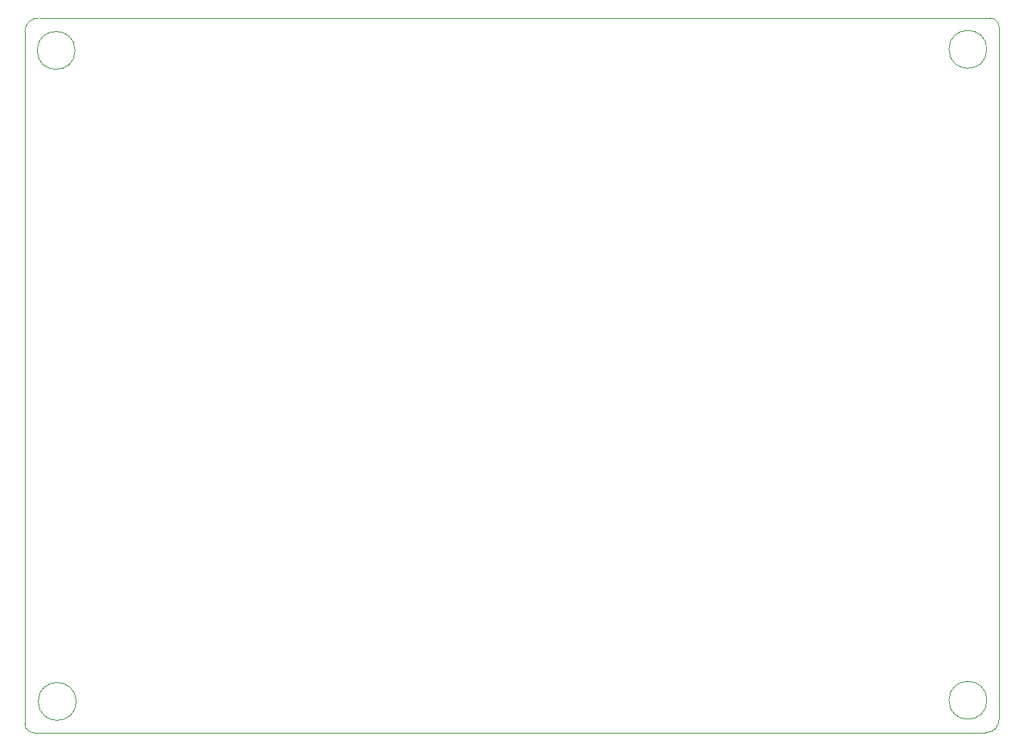
<source format=gm1>
G04 #@! TF.GenerationSoftware,KiCad,Pcbnew,8.0.5*
G04 #@! TF.CreationDate,2024-10-13T23:25:24-04:00*
G04 #@! TF.ProjectId,table-2,7461626c-652d-4322-9e6b-696361645f70,1.2*
G04 #@! TF.SameCoordinates,Original*
G04 #@! TF.FileFunction,Profile,NP*
%FSLAX46Y46*%
G04 Gerber Fmt 4.6, Leading zero omitted, Abs format (unit mm)*
G04 Created by KiCad (PCBNEW 8.0.5) date 2024-10-13 23:25:24*
%MOMM*%
%LPD*%
G01*
G04 APERTURE LIST*
G04 #@! TA.AperFunction,Profile*
%ADD10C,0.100000*%
G04 #@! TD*
G04 APERTURE END LIST*
D10*
X84000000Y-41000000D02*
X82693256Y-41000000D01*
X81000000Y-42500000D02*
G75*
G02*
X82693256Y-41000000I1511028J0D01*
G01*
X186831954Y-121000000D02*
X82000000Y-121000000D01*
X189000000Y-41000000D02*
G75*
G02*
X190000000Y-42000000I0J-1000000D01*
G01*
X86742640Y-117500000D02*
G75*
G02*
X82500000Y-117500000I-2121320J0D01*
G01*
X82500000Y-117500000D02*
G75*
G02*
X86742640Y-117500000I2121320J0D01*
G01*
X86621320Y-44621320D02*
G75*
G02*
X82378680Y-44621320I-2121320J0D01*
G01*
X82378680Y-44621320D02*
G75*
G02*
X86621320Y-44621320I2121320J0D01*
G01*
X81000000Y-120000000D02*
X81000000Y-42500000D01*
X82000000Y-121000000D02*
G75*
G02*
X81000000Y-120000000I0J1000000D01*
G01*
X190000000Y-119500000D02*
G75*
G02*
X188500000Y-121000000I-1500000J0D01*
G01*
X188621320Y-117378680D02*
G75*
G02*
X184378680Y-117378680I-2121320J0D01*
G01*
X184378680Y-117378680D02*
G75*
G02*
X188621320Y-117378680I2121320J0D01*
G01*
X183500000Y-41000000D02*
X84000000Y-41000000D01*
X190000000Y-42000000D02*
X190000000Y-119500000D01*
X186831954Y-41000000D02*
X189000000Y-41000000D01*
X188621320Y-44500000D02*
G75*
G02*
X184378680Y-44500000I-2121320J0D01*
G01*
X184378680Y-44500000D02*
G75*
G02*
X188621320Y-44500000I2121320J0D01*
G01*
X183500000Y-41000000D02*
X186831954Y-41000000D01*
X188500000Y-121000000D02*
X186831954Y-121000000D01*
M02*

</source>
